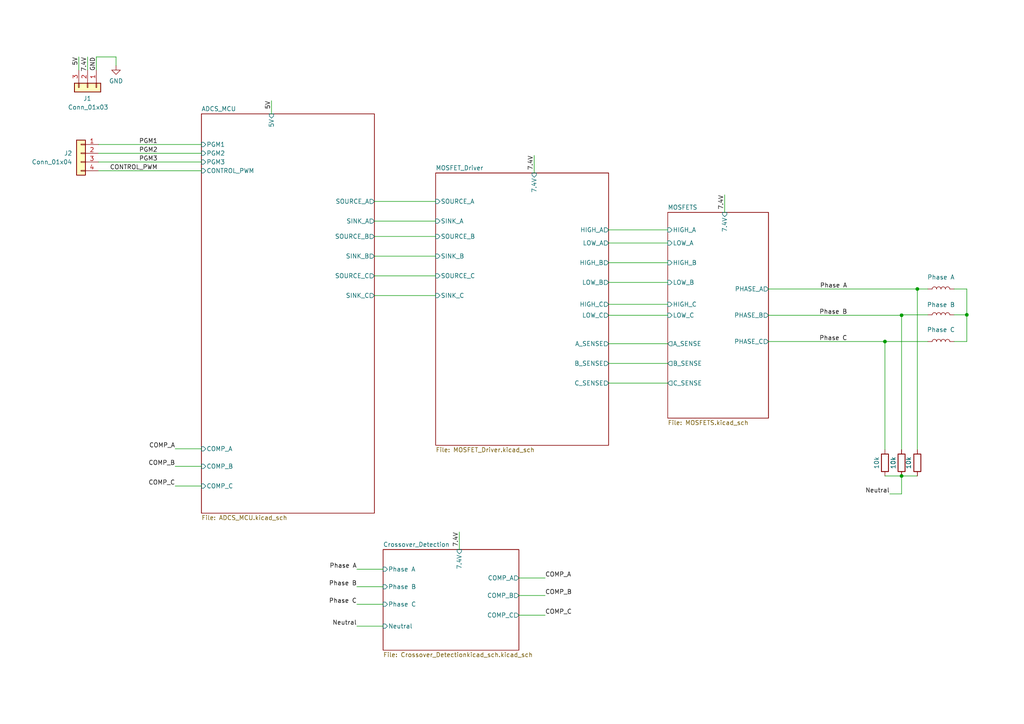
<source format=kicad_sch>
(kicad_sch (version 20230121) (generator eeschema)
  (paper "A4")
  (lib_symbols
    (symbol "Connector_Generic:Conn_01x03" (pin_names (offset 1.016) hide)
      (property "Reference" "J" (at 0 5.08 0))
      (property "Value" "Conn_01x03" (at 0 -5.08 0))
      (symbol "Conn_01x03_1_1"
        (rectangle (start -1.27 -2.413) (end 0 -2.667) (stroke (width 0.1524)))
        (rectangle (start -1.27 0.127) (end 0 -0.127) (stroke (width 0.1524)))
        (rectangle (start -1.27 2.667) (end 0 2.413) (stroke (width 0.1524)))
        (rectangle (start -1.27 3.81) (end 1.27 -3.81) (stroke (width 0.254)) (fill (type background)))
        (pin passive line (at -5.08 2.54 0) (length 3.81) (name "Pin_1") (number "1"))
        (pin passive line (at -5.08 0 0) (length 3.81) (name "Pin_2") (number "2"))
        (pin passive line (at -5.08 -2.54 0) (length 3.81) (name "Pin_3") (number "3"))
      )
    )
    (symbol "Connector_Generic:Conn_01x04" (pin_names (offset 1.016) hide)
      (property "Reference" "J" (at 0 5.08 0))
      (property "Value" "Conn_01x04" (at 0 -7.62 0))
      (symbol "Conn_01x04_1_1"
        (rectangle (start -1.27 -4.953) (end 0 -5.207) (stroke (width 0.1524)))
        (rectangle (start -1.27 -2.413) (end 0 -2.667) (stroke (width 0.1524)))
        (rectangle (start -1.27 0.127) (end 0 -0.127) (stroke (width 0.1524)))
        (rectangle (start -1.27 2.667) (end 0 2.413) (stroke (width 0.1524)))
        (rectangle (start -1.27 3.81) (end 1.27 -6.35) (stroke (width 0.254)) (fill (type background)))
        (pin passive line (at -5.08 2.54 0) (length 3.81) (name "Pin_1") (number "1"))
        (pin passive line (at -5.08 0 0) (length 3.81) (name "Pin_2") (number "2"))
        (pin passive line (at -5.08 -2.54 0) (length 3.81) (name "Pin_3") (number "3"))
        (pin passive line (at -5.08 -5.08 0) (length 3.81) (name "Pin_4") (number "4"))
      )
    )
    (symbol "Device:L" (pin_numbers hide) (pin_names (offset 1.016) hide)
      (property "Reference" "L" (at -1.27 0 90))
      (property "Value" "L" (at 1.905 0 90))
      (symbol "L_0_1"
        (arc (start 0 -2.54) (mid 0.6323 -1.905) (end 0 -1.27))
        (arc (start 0 -1.27) (mid 0.6323 -0.635) (end 0 0))
        (arc (start 0 0) (mid 0.6323 0.635) (end 0 1.27))
        (arc (start 0 1.27) (mid 0.6323 1.905) (end 0 2.54))
      )
      (symbol "L_1_1"
        (pin passive line (at 0 3.81 270) (length 1.27) (name "1") (number "1"))
        (pin passive line (at 0 -3.81 90) (length 1.27) (name "2") (number "2"))
      )
    )
    (symbol "Device:R" (pin_numbers hide) (pin_names (offset 0))
      (property "Reference" "R" (at 2.032 0 90))
      (property "Value" "R" (at 0 0 90))
      (symbol "R_0_1"
        (rectangle (start -1.016 -2.54) (end 1.016 2.54) (stroke (width 0.254)))
      )
      (symbol "R_1_1"
        (pin passive line (at 0 3.81 270) (length 1.27) (name "~") (number "1"))
        (pin passive line (at 0 -3.81 90) (length 1.27) (name "~") (number "2"))
      )
    )
    (symbol "power:GND" (power) (pin_names (offset 0))
      (property "Value" "GND" (at 0 -3.81 0))
      (symbol "GND_0_1"
        (polyline (pts (xy 0 0) (xy 0 -1.27) (xy 1.27 -1.27) (xy 0 -2.54) (xy -1.27 -1.27) (xy 0 -1.27)))
      )
      (symbol "GND_1_1"
        (pin power_in line (at 0 0 270) (length 0) hide (name "GND") (number "1"))
      )
    )
  )
  (junction (at 261.493 91.44))
  (junction (at 266.065 83.82))
  (junction (at 256.667 99.06))
  (junction (at 280.416 91.313))
  (junction (at 261.493 138.049))
  (wire (pts (xy 276.733 83.82) (xy 280.416 83.82)))
  (wire (pts (xy 22.86 16.51) (xy 22.86 20.32)))
  (wire (pts (xy 276.733 91.313) (xy 280.416 91.313)))
  (wire (pts (xy 280.416 91.313) (xy 280.416 99.06)))
  (wire (pts (xy 176.53 88.265) (xy 193.675 88.265)))
  (wire (pts (xy 256.667 99.06) (xy 256.667 130.429)))
  (wire (pts (xy 150.495 167.64) (xy 158.115 167.64)))
  (wire (pts (xy 28.575 49.53) (xy 58.42 49.53)))
  (wire (pts (xy 33.655 16.51) (xy 33.655 19.05)))
  (wire (pts (xy 27.94 16.51) (xy 33.655 16.51)))
  (wire (pts (xy 176.53 76.2) (xy 193.675 76.2)))
  (wire (pts (xy 256.667 138.049) (xy 261.493 138.049)))
  (wire (pts (xy 58.42 130.175) (xy 50.8 130.175)))
  (wire (pts (xy 261.493 91.44) (xy 261.493 130.429)))
  (wire (pts (xy 210.185 56.515) (xy 210.185 61.595)))
  (wire (pts (xy 222.885 91.44) (xy 261.493 91.44)))
  (wire (pts (xy 176.53 81.915) (xy 193.675 81.915)))
  (wire (pts (xy 261.493 138.049) (xy 261.493 143.256)))
  (wire (pts (xy 266.065 83.82) (xy 269.113 83.82)))
  (wire (pts (xy 280.416 99.06) (xy 276.733 99.06)))
  (wire (pts (xy 222.885 83.82) (xy 266.065 83.82)))
  (wire (pts (xy 176.53 99.695) (xy 193.675 99.695)))
  (wire (pts (xy 25.4 16.51) (xy 25.4 20.32)))
  (wire (pts (xy 150.495 178.435) (xy 158.115 178.435)))
  (wire (pts (xy 256.667 99.06) (xy 269.113 99.06)))
  (wire (pts (xy 108.585 68.58) (xy 126.365 68.58)))
  (wire (pts (xy 108.585 58.42) (xy 126.365 58.42)))
  (wire (pts (xy 103.505 175.26) (xy 111.125 175.26)))
  (wire (pts (xy 261.493 143.256) (xy 258.064 143.256)))
  (wire (pts (xy 154.94 45.085) (xy 154.94 50.165)))
  (wire (pts (xy 103.505 181.61) (xy 111.125 181.61)))
  (wire (pts (xy 176.53 91.44) (xy 193.675 91.44)))
  (wire (pts (xy 150.495 172.72) (xy 158.115 172.72)))
  (wire (pts (xy 78.74 29.21) (xy 78.74 33.02)))
  (wire (pts (xy 28.575 41.91) (xy 58.42 41.91)))
  (wire (pts (xy 27.94 16.51) (xy 27.94 20.32)))
  (wire (pts (xy 108.585 80.01) (xy 126.365 80.01)))
  (wire (pts (xy 28.575 46.99) (xy 58.42 46.99)))
  (wire (pts (xy 176.53 66.675) (xy 193.675 66.675)))
  (wire (pts (xy 266.065 83.82) (xy 266.065 130.429)))
  (wire (pts (xy 103.505 165.1) (xy 111.125 165.1)))
  (wire (pts (xy 108.585 74.295) (xy 126.365 74.295)))
  (wire (pts (xy 176.53 111.125) (xy 193.675 111.125)))
  (wire (pts (xy 261.493 138.049) (xy 266.065 138.049)))
  (wire (pts (xy 133.223 154.305) (xy 133.223 159.385)))
  (wire (pts (xy 108.585 85.725) (xy 126.365 85.725)))
  (wire (pts (xy 58.42 140.97) (xy 50.8 140.97)))
  (wire (pts (xy 261.493 91.44) (xy 261.493 91.313)))
  (wire (pts (xy 261.493 91.313) (xy 269.113 91.313)))
  (wire (pts (xy 108.585 64.135) (xy 126.365 64.135)))
  (wire (pts (xy 222.885 99.06) (xy 256.667 99.06)))
  (wire (pts (xy 176.53 105.41) (xy 193.675 105.41)))
  (wire (pts (xy 58.42 135.255) (xy 50.8 135.255)))
  (wire (pts (xy 28.575 44.45) (xy 58.42 44.45)))
  (wire (pts (xy 103.505 170.18) (xy 111.125 170.18)))
  (wire (pts (xy 280.416 83.82) (xy 280.416 91.313)))
  (wire (pts (xy 176.53 70.485) (xy 193.675 70.485)))
  (label "5V" (at 22.86 16.51 270))
  (label "PGM3" (at 45.72 46.99 180))
  (label "Phase B" (at 103.505 170.18 180))
  (label "COMP_C" (at 158.115 178.435 0))
  (label "7.4V" (at 154.94 45.085 270))
  (label "COMP_C" (at 50.8 140.97 180))
  (label "COMP_B" (at 158.115 172.72 0))
  (label "Phase C" (at 245.745 99.06 180))
  (label "7.4V" (at 210.185 56.515 270))
  (label "CONTROL_PWM" (at 45.72 49.53 180))
  (label "7.4V" (at 25.4 16.51 270))
  (label "COMP_A" (at 50.8 130.175 180))
  (label "Phase C" (at 103.505 175.26 180))
  (label "COMP_A" (at 158.115 167.64 0))
  (label "Phase A" (at 103.505 165.1 180))
  (label "Phase B" (at 245.745 91.44 180))
  (label "PGM1" (at 45.72 41.91 180))
  (label "Neutral" (at 258.064 143.256 180))
  (label "Neutral" (at 103.505 181.61 180))
  (label "5V" (at 78.74 29.21 270))
  (label "PGM2" (at 45.72 44.45 180))
  (label "Phase A" (at 245.745 83.82 180))
  (label "COMP_B" (at 50.8 135.255 180))
  (label "7.4V" (at 133.223 154.305 270))
  (label "GND" (at 27.94 16.51 270))
  (symbol (lib_id "Connector_Generic:Conn_01x03") (at 25.4 25.4 270) (unit 1)
    (property "Reference" "J1" (at 24.13 28.575 90) (effects (justify left)))
    (property "Value" "Conn_01x03" (at 19.685 31.115 90) (effects (justify left)))
  )
  (symbol (lib_id "Device:R") (at 266.065 134.239 180) (unit 1)
    (property "Reference" "R4" (effects hide))
    (property "Value" "10k" (at 263.525 134.239 90))
  )
  (symbol (lib_id "Connector_Generic:Conn_01x04") (at 23.495 44.45 0) (mirror y) (unit 1)
    (property "Reference" "J2" (at 20.955 44.45 0) (effects (justify left)))
    (property "Value" "Conn_01x04" (at 20.955 46.99 0) (effects (justify left)))
  )
  (symbol (lib_id "Device:L") (at 272.923 99.06 90) (unit 1)
    (property "Reference" "L3" (effects hide))
    (property "Value" "Phase C" (at 272.923 95.631 90))
  )
  (symbol (lib_id "Device:R") (at 256.667 134.239 180) (unit 1)
    (property "Reference" "R2" (effects hide))
    (property "Value" "10k" (at 254.254 134.239 90))
  )
  (symbol (lib_id "Device:L") (at 272.923 91.313 90) (unit 1)
    (property "Reference" "L2" (effects hide))
    (property "Value" "Phase B" (at 272.923 88.392 90))
  )
  (symbol (lib_id "power:GND") (at 33.655 19.05 0) (unit 1)
    (property "Reference" "#PWR09" (effects hide))
    (property "Value" "GND" (at 33.655 23.495 0))
  )
  (symbol (lib_id "Device:L") (at 272.923 83.82 90) (unit 1)
    (property "Reference" "L1" (effects hide))
    (property "Value" "Phase A" (at 272.923 80.391 90))
  )
  (symbol (lib_id "Device:R") (at 261.493 134.239 180) (unit 1)
    (property "Reference" "R3" (effects hide))
    (property "Value" "10k" (at 259.08 134.239 90))
  )
  (sheet (at 193.675 61.595) (size 29.21 59.69) (stroke (width 0.1524))
    (property "Sheetname" "MOSFETS" (at 193.675 60.8834 0) (effects (justify left bottom)))
    (property "Sheetfile" "MOSFETS.kicad_sch" (at 193.675 121.8696 0) (effects (justify left top)))
    (pin "A_SENSE" output (at 193.675 99.695 180))
    (pin "PHASE_A" output (at 222.885 83.82 0))
    (pin "HIGH_A" input (at 193.675 66.675 180))
    (pin "LOW_A" input (at 193.675 70.485 180))
    (pin "7.4V" input (at 210.185 61.595 90))
    (pin "PHASE_B" output (at 222.885 91.44 0))
    (pin "HIGH_B" input (at 193.675 76.2 180))
    (pin "HIGH_C" input (at 193.675 88.265 180))
    (pin "LOW_C" input (at 193.675 91.44 180))
    (pin "LOW_B" input (at 193.675 81.915 180))
    (pin "B_SENSE" output (at 193.675 105.41 180))
    (pin "PHASE_C" output (at 222.885 99.06 0))
    (pin "C_SENSE" output (at 193.675 111.125 180))
  )
  (sheet (at 126.365 50.165) (size 50.165 78.994) (stroke (width 0.1524))
    (property "Sheetname" "MOSFET_Driver" (at 126.365 49.4534 0) (effects (justify left bottom)))
    (property "Sheetfile" "MOSFET_Driver.kicad_sch" (at 126.365 129.7436 0) (effects (justify left top)))
    (pin "SOURCE_A" input (at 126.365 58.42 180))
    (pin "SOURCE_C" input (at 126.365 80.01 180))
    (pin "SOURCE_B" input (at 126.365 68.58 180))
    (pin "LOW_B" output (at 176.53 81.915 0))
    (pin "LOW_C" output (at 176.53 91.44 0))
    (pin "SINK_A" input (at 126.365 64.135 180))
    (pin "SINK_B" input (at 126.365 74.295 180))
    (pin "7.4V" input (at 154.94 50.165 90))
    (pin "SINK_C" input (at 126.365 85.725 180))
    (pin "HIGH_B" output (at 176.53 76.2 0))
    (pin "HIGH_A" output (at 176.53 66.675 0))
    (pin "HIGH_C" output (at 176.53 88.265 0))
    (pin "LOW_A" output (at 176.53 70.485 0))
    (pin "C_SENSE" output (at 176.53 111.125 0))
    (pin "B_SENSE" output (at 176.53 105.41 0))
    (pin "A_SENSE" output (at 176.53 99.695 0))
  )
  (sheet (at 111.125 159.385) (size 39.37 29.21) (stroke (width 0.1524))
    (property "Sheetname" "Crossover_Detection" (at 111.125 158.6734 0) (effects (justify left bottom)))
    (property "Sheetfile" "Crossover_Detectionkicad_sch.kicad_sch" (at 111.125 189.1796 0) (effects (justify left top)))
    (pin "Phase A" input (at 111.125 165.1 180))
    (pin "COMP_B" output (at 150.495 172.72 0))
    (pin "COMP_C" output (at 150.495 178.435 0))
    (pin "Phase B" input (at 111.125 170.18 180))
    (pin "Neutral" input (at 111.125 181.61 180))
    (pin "Phase C" input (at 111.125 175.26 180))
    (pin "COMP_A" output (at 150.495 167.64 0))
    (pin "7.4V" input (at 133.223 159.385 90))
  )
  (sheet (at 58.42 33.02) (size 50.165 115.824) (stroke (width 0.1524))
    (property "Sheetname" "ADCS_MCU" (at 58.42 32.3084 0) (effects (justify left bottom)))
    (property "Sheetfile" "ADCS_MCU.kicad_sch" (at 58.42 149.4286 0) (effects (justify left top)))
    (pin "5V" input (at 78.74 33.02 90))
    (pin "COMP_A" input (at 58.42 130.175 180))
    (pin "COMP_B" input (at 58.42 135.255 180))
    (pin "COMP_C" input (at 58.42 140.97 180))
    (pin "PGM1" input (at 58.42 41.91 180))
    (pin "PGM2" input (at 58.42 44.45 180))
    (pin "PGM3" input (at 58.42 46.99 180))
    (pin "CONTROL_PWM" input (at 58.42 49.53 180))
    (pin "SINK_A" output (at 108.585 64.135 0))
    (pin "SINK_B" output (at 108.585 74.295 0))
    (pin "SINK_C" output (at 108.585 85.725 0))
    (pin "SOURCE_A" output (at 108.585 58.42 0))
    (pin "SOURCE_B" output (at 108.585 68.58 0))
    (pin "SOURCE_C" output (at 108.585 80.01 0))
  )
)
</source>
